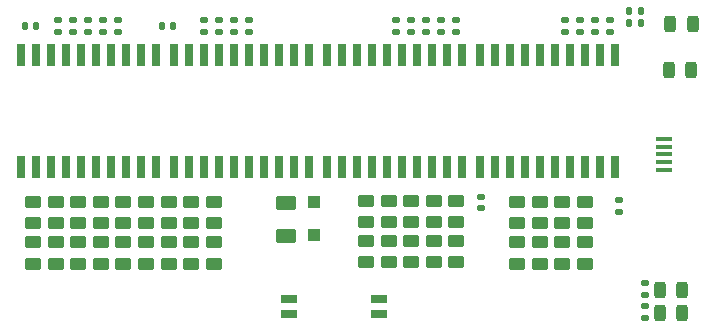
<source format=gbr>
%TF.GenerationSoftware,KiCad,Pcbnew,(6.0.5-0)*%
%TF.CreationDate,2023-01-29T19:07:15-06:00*%
%TF.ProjectId,piscsi,70697363-7369-42e6-9b69-6361645f7063,rev?*%
%TF.SameCoordinates,PX59d60c0PY325aa00*%
%TF.FileFunction,Paste,Top*%
%TF.FilePolarity,Positive*%
%FSLAX46Y46*%
G04 Gerber Fmt 4.6, Leading zero omitted, Abs format (unit mm)*
G04 Created by KiCad (PCBNEW (6.0.5-0)) date 2023-01-29 19:07:15*
%MOMM*%
%LPD*%
G01*
G04 APERTURE LIST*
G04 Aperture macros list*
%AMRoundRect*
0 Rectangle with rounded corners*
0 $1 Rounding radius*
0 $2 $3 $4 $5 $6 $7 $8 $9 X,Y pos of 4 corners*
0 Add a 4 corners polygon primitive as box body*
4,1,4,$2,$3,$4,$5,$6,$7,$8,$9,$2,$3,0*
0 Add four circle primitives for the rounded corners*
1,1,$1+$1,$2,$3*
1,1,$1+$1,$4,$5*
1,1,$1+$1,$6,$7*
1,1,$1+$1,$8,$9*
0 Add four rect primitives between the rounded corners*
20,1,$1+$1,$2,$3,$4,$5,0*
20,1,$1+$1,$4,$5,$6,$7,0*
20,1,$1+$1,$6,$7,$8,$9,0*
20,1,$1+$1,$8,$9,$2,$3,0*%
G04 Aperture macros list end*
%ADD10RoundRect,0.243750X0.243750X0.456250X-0.243750X0.456250X-0.243750X-0.456250X0.243750X-0.456250X0*%
%ADD11RoundRect,0.250000X-0.450000X0.262500X-0.450000X-0.262500X0.450000X-0.262500X0.450000X0.262500X0*%
%ADD12RoundRect,0.250000X-0.625000X0.375000X-0.625000X-0.375000X0.625000X-0.375000X0.625000X0.375000X0*%
%ADD13R,0.650000X1.950000*%
%ADD14RoundRect,0.135000X-0.135000X-0.185000X0.135000X-0.185000X0.135000X0.185000X-0.135000X0.185000X0*%
%ADD15RoundRect,0.135000X-0.185000X0.135000X-0.185000X-0.135000X0.185000X-0.135000X0.185000X0.135000X0*%
%ADD16RoundRect,0.250000X0.450000X-0.262500X0.450000X0.262500X-0.450000X0.262500X-0.450000X-0.262500X0*%
%ADD17R,1.425000X0.750000*%
%ADD18R,1.100000X1.100000*%
%ADD19R,1.400000X0.400000*%
%ADD20RoundRect,0.140000X0.140000X0.170000X-0.140000X0.170000X-0.140000X-0.170000X0.140000X-0.170000X0*%
%ADD21RoundRect,0.140000X-0.170000X0.140000X-0.170000X-0.140000X0.170000X-0.140000X0.170000X0.140000X0*%
%ADD22RoundRect,0.140000X-0.140000X-0.170000X0.140000X-0.170000X0.140000X0.170000X-0.140000X0.170000X0*%
G04 APERTURE END LIST*
D10*
%TO.C,D3*%
X142767000Y-22066500D03*
X140892000Y-22066500D03*
%TD*%
%TO.C,D1*%
X143641000Y2381000D03*
X141766000Y2381000D03*
%TD*%
%TO.C,D2*%
X143529000Y-1556000D03*
X141654000Y-1556000D03*
%TD*%
D11*
%TO.C,R31*%
X123640000Y-12587500D03*
X123640000Y-14412500D03*
%TD*%
D12*
%TO.C,FUSE1*%
X109250000Y-12800000D03*
X109250000Y-15600000D03*
%TD*%
D13*
%TO.C,IC1*%
X99729000Y-9710000D03*
X100999000Y-9710000D03*
X102269000Y-9710000D03*
X103539000Y-9710000D03*
X104809000Y-9710000D03*
X106079000Y-9710000D03*
X107349000Y-9710000D03*
X108619000Y-9710000D03*
X109889000Y-9710000D03*
X111159000Y-9710000D03*
X111159000Y-260000D03*
X109889000Y-260000D03*
X108619000Y-260000D03*
X107349000Y-260000D03*
X106079000Y-260000D03*
X104809000Y-260000D03*
X103539000Y-260000D03*
X102269000Y-260000D03*
X100999000Y-260000D03*
X99729000Y-260000D03*
%TD*%
%TO.C,IC3*%
X124113000Y-260000D03*
X122843000Y-260000D03*
X121573000Y-260000D03*
X120303000Y-260000D03*
X119033000Y-260000D03*
X117763000Y-260000D03*
X116493000Y-260000D03*
X115223000Y-260000D03*
X113953000Y-260000D03*
X112683000Y-260000D03*
X112683000Y-9710000D03*
X113953000Y-9710000D03*
X115223000Y-9710000D03*
X116493000Y-9710000D03*
X117763000Y-9710000D03*
X119033000Y-9710000D03*
X120303000Y-9710000D03*
X121573000Y-9710000D03*
X122843000Y-9710000D03*
X124113000Y-9710000D03*
%TD*%
D14*
%TO.C,R2*%
X138248500Y3460500D03*
X139268500Y3460500D03*
%TD*%
D15*
%TO.C,R3*%
X139607000Y-21493000D03*
X139607000Y-22513000D03*
%TD*%
%TO.C,R5*%
X132812500Y2741000D03*
X132812500Y1721000D03*
%TD*%
%TO.C,R6*%
X134082500Y2741000D03*
X134082500Y1721000D03*
%TD*%
%TO.C,R7*%
X135352500Y2741000D03*
X135352500Y1721000D03*
%TD*%
%TO.C,R9*%
X118525000Y2741000D03*
X118525000Y1721000D03*
%TD*%
%TO.C,R11*%
X121065000Y2741000D03*
X121065000Y1721000D03*
%TD*%
%TO.C,R12*%
X122335000Y2741000D03*
X122335000Y1721000D03*
%TD*%
%TO.C,R13*%
X123605000Y2741000D03*
X123605000Y1721000D03*
%TD*%
%TO.C,R15*%
X91220000Y2741000D03*
X91220000Y1721000D03*
%TD*%
%TO.C,R16*%
X92490000Y2741000D03*
X92490000Y1721000D03*
%TD*%
%TO.C,R19*%
X102269000Y2741000D03*
X102269000Y1721000D03*
%TD*%
%TO.C,R20*%
X103539000Y2741000D03*
X103539000Y1721000D03*
%TD*%
%TO.C,R21*%
X104809000Y2741000D03*
X104809000Y1721000D03*
%TD*%
%TO.C,R22*%
X106079000Y2741000D03*
X106079000Y1721000D03*
%TD*%
D11*
%TO.C,R23*%
X128802500Y-12687500D03*
X128802500Y-14512500D03*
%TD*%
%TO.C,R24*%
X130715000Y-12687500D03*
X130715000Y-14512500D03*
%TD*%
%TO.C,R25*%
X132627500Y-12687500D03*
X132627500Y-14512500D03*
%TD*%
%TO.C,R26*%
X134540000Y-12687500D03*
X134540000Y-14512500D03*
%TD*%
%TO.C,R27*%
X115990000Y-12587500D03*
X115990000Y-14412500D03*
%TD*%
%TO.C,R28*%
X117902500Y-12587500D03*
X117902500Y-14412500D03*
%TD*%
%TO.C,R29*%
X119815000Y-12587500D03*
X119815000Y-14412500D03*
%TD*%
%TO.C,R30*%
X121727500Y-12587500D03*
X121727500Y-14412500D03*
%TD*%
%TO.C,R34*%
X91625000Y-12687500D03*
X91625000Y-14512500D03*
%TD*%
%TO.C,R35*%
X93537500Y-12687500D03*
X93537500Y-14512500D03*
%TD*%
%TO.C,R36*%
X95450000Y-12687500D03*
X95450000Y-14512500D03*
%TD*%
%TO.C,R37*%
X97362500Y-12687500D03*
X97362500Y-14512500D03*
%TD*%
%TO.C,R38*%
X99275000Y-12687500D03*
X99275000Y-14512500D03*
%TD*%
%TO.C,R39*%
X101187500Y-12687500D03*
X101187500Y-14512500D03*
%TD*%
%TO.C,R40*%
X103100000Y-12687500D03*
X103100000Y-14512500D03*
%TD*%
D16*
%TO.C,R41*%
X128802500Y-17912500D03*
X128802500Y-16087500D03*
%TD*%
%TO.C,R42*%
X130715000Y-17912500D03*
X130715000Y-16087500D03*
%TD*%
%TO.C,R43*%
X132627500Y-17912500D03*
X132627500Y-16087500D03*
%TD*%
%TO.C,R44*%
X134540000Y-17912500D03*
X134540000Y-16087500D03*
%TD*%
%TO.C,R45*%
X115990000Y-17812500D03*
X115990000Y-15987500D03*
%TD*%
%TO.C,R46*%
X117902500Y-17812500D03*
X117902500Y-15987500D03*
%TD*%
%TO.C,R47*%
X119815000Y-17812500D03*
X119815000Y-15987500D03*
%TD*%
%TO.C,R48*%
X121727500Y-17812500D03*
X121727500Y-15987500D03*
%TD*%
%TO.C,R49*%
X123640000Y-17812500D03*
X123640000Y-15987500D03*
%TD*%
%TO.C,R50*%
X87800000Y-17912500D03*
X87800000Y-16087500D03*
%TD*%
%TO.C,R51*%
X89712500Y-17912500D03*
X89712500Y-16087500D03*
%TD*%
%TO.C,R52*%
X91625000Y-17912500D03*
X91625000Y-16087500D03*
%TD*%
%TO.C,R53*%
X93537500Y-17912500D03*
X93537500Y-16087500D03*
%TD*%
%TO.C,R54*%
X95450000Y-17912500D03*
X95450000Y-16087500D03*
%TD*%
%TO.C,R55*%
X97362500Y-17912500D03*
X97362500Y-16087500D03*
%TD*%
%TO.C,R56*%
X99275000Y-17912500D03*
X99275000Y-16087500D03*
%TD*%
%TO.C,R57*%
X101187500Y-17912500D03*
X101187500Y-16087500D03*
%TD*%
%TO.C,R58*%
X103100000Y-17912500D03*
X103100000Y-16087500D03*
%TD*%
D15*
%TO.C,R18*%
X95030000Y2741000D03*
X95030000Y1721000D03*
%TD*%
%TO.C,R14*%
X89950000Y2741000D03*
X89950000Y1721000D03*
%TD*%
%TO.C,R17*%
X93760000Y2741000D03*
X93760000Y1721000D03*
%TD*%
D11*
%TO.C,R32*%
X87800000Y-12687500D03*
X87800000Y-14512500D03*
%TD*%
%TO.C,R33*%
X89712500Y-12687500D03*
X89712500Y-14512500D03*
%TD*%
D13*
%TO.C,IC4*%
X137067000Y-260000D03*
X135797000Y-260000D03*
X134527000Y-260000D03*
X133257000Y-260000D03*
X131987000Y-260000D03*
X130717000Y-260000D03*
X129447000Y-260000D03*
X128177000Y-260000D03*
X126907000Y-260000D03*
X125637000Y-260000D03*
X125637000Y-9710000D03*
X126907000Y-9710000D03*
X128177000Y-9710000D03*
X129447000Y-9710000D03*
X130717000Y-9710000D03*
X131987000Y-9710000D03*
X133257000Y-9710000D03*
X134527000Y-9710000D03*
X135797000Y-9710000D03*
X137067000Y-9710000D03*
%TD*%
D15*
%TO.C,R4*%
X139607000Y-19588000D03*
X139607000Y-20608000D03*
%TD*%
D17*
%TO.C,S1*%
X109498000Y-20875000D03*
X109498000Y-22145000D03*
X117122000Y-22145000D03*
X117122000Y-20875000D03*
%TD*%
D18*
%TO.C,D5*%
X111570000Y-12725000D03*
X111570000Y-15525000D03*
%TD*%
D13*
%TO.C,IC2*%
X86775000Y-9710000D03*
X88045000Y-9710000D03*
X89315000Y-9710000D03*
X90585000Y-9710000D03*
X91855000Y-9710000D03*
X93125000Y-9710000D03*
X94395000Y-9710000D03*
X95665000Y-9710000D03*
X96935000Y-9710000D03*
X98205000Y-9710000D03*
X98205000Y-260000D03*
X96935000Y-260000D03*
X95665000Y-260000D03*
X94395000Y-260000D03*
X93125000Y-260000D03*
X91855000Y-260000D03*
X90585000Y-260000D03*
X89315000Y-260000D03*
X88045000Y-260000D03*
X86775000Y-260000D03*
%TD*%
D10*
%TO.C,D4*%
X142767000Y-20161500D03*
X140892000Y-20161500D03*
%TD*%
D14*
%TO.C,R1*%
X138248500Y2444500D03*
X139268500Y2444500D03*
%TD*%
D19*
%TO.C,J8*%
X141205000Y-9960000D03*
X141205000Y-9310000D03*
X141205000Y-8660000D03*
X141205000Y-8010000D03*
X141205000Y-7360000D03*
%TD*%
D15*
%TO.C,R8*%
X136622500Y2741000D03*
X136622500Y1721000D03*
%TD*%
%TO.C,R10*%
X119795000Y2741000D03*
X119795000Y1721000D03*
%TD*%
D20*
%TO.C,C2*%
X99680000Y2231000D03*
X98720000Y2231000D03*
%TD*%
D21*
%TO.C,C3*%
X125700000Y-12240000D03*
X125700000Y-13200000D03*
%TD*%
D22*
%TO.C,C1*%
X87130000Y2231000D03*
X88090000Y2231000D03*
%TD*%
D21*
%TO.C,C4*%
X137380000Y-12560000D03*
X137380000Y-13520000D03*
%TD*%
M02*

</source>
